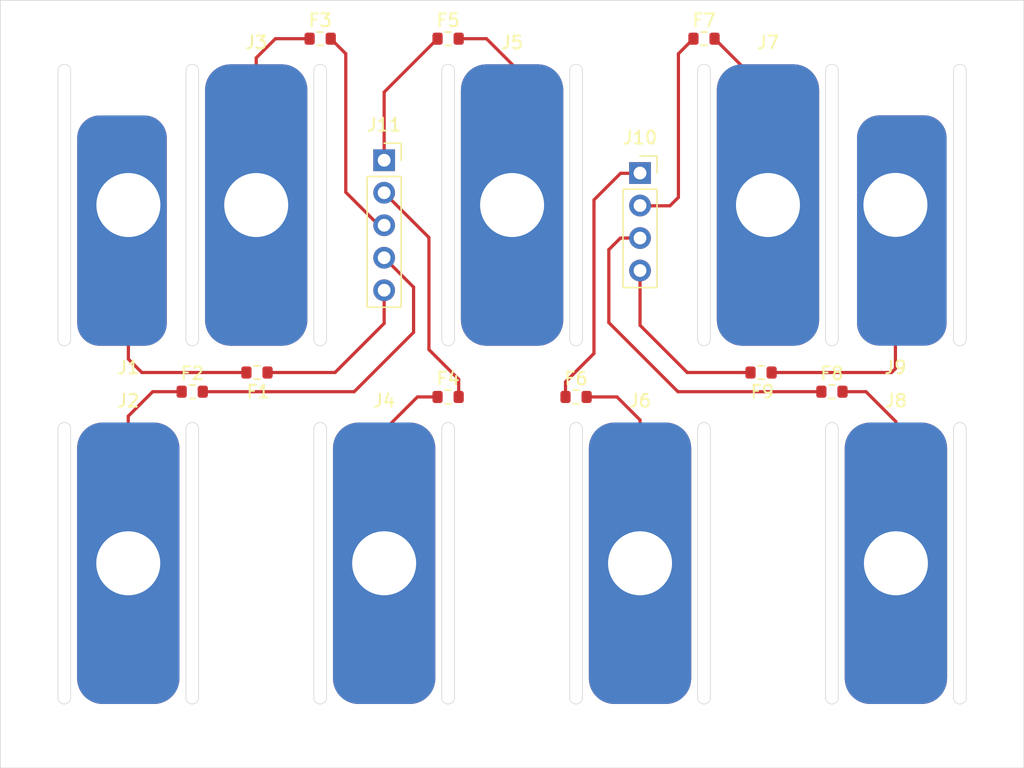
<source format=kicad_pcb>
(kicad_pcb (version 20171130) (host pcbnew "(5.1.6)-1")

  (general
    (thickness 1.6)
    (drawings 100)
    (tracks 62)
    (zones 0)
    (modules 24)
    (nets 19)
  )

  (page A4)
  (layers
    (0 F.Cu signal)
    (31 B.Cu signal)
    (32 B.Adhes user)
    (33 F.Adhes user)
    (34 B.Paste user)
    (35 F.Paste user)
    (36 B.SilkS user)
    (37 F.SilkS user)
    (38 B.Mask user)
    (39 F.Mask user)
    (40 Dwgs.User user)
    (41 Cmts.User user)
    (42 Eco1.User user)
    (43 Eco2.User user)
    (44 Edge.Cuts user)
    (45 Margin user)
    (46 B.CrtYd user)
    (47 F.CrtYd user)
    (48 B.Fab user hide)
    (49 F.Fab user hide)
  )

  (setup
    (last_trace_width 0.25)
    (trace_clearance 0.2)
    (zone_clearance 0.508)
    (zone_45_only no)
    (trace_min 0.2)
    (via_size 0.8)
    (via_drill 0.4)
    (via_min_size 0.4)
    (via_min_drill 0.3)
    (uvia_size 0.3)
    (uvia_drill 0.1)
    (uvias_allowed no)
    (uvia_min_size 0.2)
    (uvia_min_drill 0.1)
    (edge_width 0.05)
    (segment_width 0.2)
    (pcb_text_width 0.3)
    (pcb_text_size 1.5 1.5)
    (mod_edge_width 0.12)
    (mod_text_size 1 1)
    (mod_text_width 0.15)
    (pad_size 1.524 1.524)
    (pad_drill 0.762)
    (pad_to_mask_clearance 0.05)
    (aux_axis_origin 0 0)
    (visible_elements 7FFFFFFF)
    (pcbplotparams
      (layerselection 0x010fc_ffffffff)
      (usegerberextensions false)
      (usegerberattributes true)
      (usegerberadvancedattributes true)
      (creategerberjobfile false)
      (excludeedgelayer false)
      (linewidth 0.100000)
      (plotframeref false)
      (viasonmask false)
      (mode 1)
      (useauxorigin false)
      (hpglpennumber 1)
      (hpglpenspeed 20)
      (hpglpendiameter 15.000000)
      (psnegative false)
      (psa4output false)
      (plotreference true)
      (plotvalue true)
      (plotinvisibletext false)
      (padsonsilk false)
      (subtractmaskfromsilk false)
      (outputformat 1)
      (mirror false)
      (drillshape 0)
      (scaleselection 1)
      (outputdirectory "../fab/cell_interconnect/"))
  )

  (net 0 "")
  (net 1 /8S/C8)
  (net 2 /8S/C7)
  (net 3 /8S/C6)
  (net 4 /8S/C5)
  (net 5 "Net-(F5-Pad2)")
  (net 6 /8S/C4)
  (net 7 /8S/C3)
  (net 8 /8S/C2)
  (net 9 /8S/C1)
  (net 10 /8S/C0)
  (net 11 "Net-(F1-Pad1)")
  (net 12 "Net-(F2-Pad1)")
  (net 13 "Net-(F3-Pad1)")
  (net 14 "Net-(F4-Pad1)")
  (net 15 "Net-(F6-Pad2)")
  (net 16 "Net-(F7-Pad2)")
  (net 17 "Net-(F8-Pad2)")
  (net 18 "Net-(F9-Pad2)")

  (net_class Default "This is the default net class."
    (clearance 0.2)
    (trace_width 0.25)
    (via_dia 0.8)
    (via_drill 0.4)
    (uvia_dia 0.3)
    (uvia_drill 0.1)
    (add_net /8S/C0)
    (add_net /8S/C1)
    (add_net /8S/C2)
    (add_net /8S/C3)
    (add_net /8S/C4)
    (add_net /8S/C5)
    (add_net /8S/C6)
    (add_net /8S/C7)
    (add_net /8S/C8)
    (add_net "Net-(F1-Pad1)")
    (add_net "Net-(F2-Pad1)")
    (add_net "Net-(F3-Pad1)")
    (add_net "Net-(F4-Pad1)")
    (add_net "Net-(F5-Pad2)")
    (add_net "Net-(F6-Pad2)")
    (add_net "Net-(F7-Pad2)")
    (add_net "Net-(F8-Pad2)")
    (add_net "Net-(F9-Pad2)")
  )

  (module Resistor_SMD:R_0603_1608Metric (layer F.Cu) (tedit 5F68FEEE) (tstamp 6095AB60)
    (at 150.5 94)
    (descr "Resistor SMD 0603 (1608 Metric), square (rectangular) end terminal, IPC_7351 nominal, (Body size source: IPC-SM-782 page 72, https://www.pcb-3d.com/wordpress/wp-content/uploads/ipc-sm-782a_amendment_1_and_2.pdf), generated with kicad-footprint-generator")
    (tags resistor)
    (path /6097D553/60814F98)
    (attr smd)
    (fp_text reference F9 (at 0.1 1.5) (layer F.SilkS)
      (effects (font (size 1 1) (thickness 0.15)))
    )
    (fp_text value Fuse (at 0 1.43) (layer F.Fab)
      (effects (font (size 1 1) (thickness 0.15)))
    )
    (fp_line (start 1.48 0.73) (end -1.48 0.73) (layer F.CrtYd) (width 0.05))
    (fp_line (start 1.48 -0.73) (end 1.48 0.73) (layer F.CrtYd) (width 0.05))
    (fp_line (start -1.48 -0.73) (end 1.48 -0.73) (layer F.CrtYd) (width 0.05))
    (fp_line (start -1.48 0.73) (end -1.48 -0.73) (layer F.CrtYd) (width 0.05))
    (fp_line (start -0.237258 0.5225) (end 0.237258 0.5225) (layer F.SilkS) (width 0.12))
    (fp_line (start -0.237258 -0.5225) (end 0.237258 -0.5225) (layer F.SilkS) (width 0.12))
    (fp_line (start 0.8 0.4125) (end -0.8 0.4125) (layer F.Fab) (width 0.1))
    (fp_line (start 0.8 -0.4125) (end 0.8 0.4125) (layer F.Fab) (width 0.1))
    (fp_line (start -0.8 -0.4125) (end 0.8 -0.4125) (layer F.Fab) (width 0.1))
    (fp_line (start -0.8 0.4125) (end -0.8 -0.4125) (layer F.Fab) (width 0.1))
    (fp_text user %R (at 0 0) (layer F.Fab)
      (effects (font (size 0.4 0.4) (thickness 0.06)))
    )
    (pad 2 smd roundrect (at 0.825 0) (size 0.8 0.95) (layers F.Cu F.Paste F.Mask) (roundrect_rratio 0.25)
      (net 18 "Net-(F9-Pad2)"))
    (pad 1 smd roundrect (at -0.825 0) (size 0.8 0.95) (layers F.Cu F.Paste F.Mask) (roundrect_rratio 0.25)
      (net 1 /8S/C8))
    (model ${KISYS3DMOD}/Resistor_SMD.3dshapes/R_0603_1608Metric.wrl
      (at (xyz 0 0 0))
      (scale (xyz 1 1 1))
      (rotate (xyz 0 0 0))
    )
  )

  (module farasis_p10a_pack:farasis_p10a_end_tab_offset_right (layer F.Cu) (tedit 609C0D0F) (tstamp 609C7335)
    (at 101.05 80.91 270)
    (path /6097D553/607EBE08)
    (fp_text reference J1 (at 12.7 0) (layer F.SilkS)
      (effects (font (size 1 1) (thickness 0.15)))
    )
    (fp_text value C0 (at 0 -5.08 90) (layer F.Fab)
      (effects (font (size 1 1) (thickness 0.15)))
    )
    (pad 1 thru_hole roundrect (at 0 0 270) (size 18 7) (drill 5 (offset 2 0.5)) (layers *.Cu *.Mask) (roundrect_rratio 0.25)
      (net 11 "Net-(F1-Pad1)"))
  )

  (module farasis_p10a_pack:farasis_p10a_end_tab_offset_left (layer F.Cu) (tedit 609C0DE8) (tstamp 6095AC3E)
    (at 161 80.9 270)
    (path /6097D553/60814F92)
    (fp_text reference J9 (at 12.7 0) (layer F.SilkS)
      (effects (font (size 1 1) (thickness 0.15)))
    )
    (fp_text value C8 (at 0 -5.08 90) (layer F.Fab)
      (effects (font (size 1 1) (thickness 0.15)))
    )
    (pad 1 thru_hole roundrect (at 0 0 270) (size 18 7) (drill 5 (offset 2 -0.5)) (layers *.Cu *.Mask) (roundrect_rratio 0.25)
      (net 18 "Net-(F9-Pad2)"))
  )

  (module Resistor_SMD:R_0603_1608Metric (layer F.Cu) (tedit 5F68FEEE) (tstamp 6095ABE8)
    (at 111.1 94)
    (descr "Resistor SMD 0603 (1608 Metric), square (rectangular) end terminal, IPC_7351 nominal, (Body size source: IPC-SM-782 page 72, https://www.pcb-3d.com/wordpress/wp-content/uploads/ipc-sm-782a_amendment_1_and_2.pdf), generated with kicad-footprint-generator")
    (tags resistor)
    (path /6097D553/607F2637)
    (attr smd)
    (fp_text reference F1 (at 0.1 1.5) (layer F.SilkS)
      (effects (font (size 1 1) (thickness 0.15)))
    )
    (fp_text value Fuse (at 0 1.43) (layer F.Fab)
      (effects (font (size 1 1) (thickness 0.15)))
    )
    (fp_line (start 1.48 0.73) (end -1.48 0.73) (layer F.CrtYd) (width 0.05))
    (fp_line (start 1.48 -0.73) (end 1.48 0.73) (layer F.CrtYd) (width 0.05))
    (fp_line (start -1.48 -0.73) (end 1.48 -0.73) (layer F.CrtYd) (width 0.05))
    (fp_line (start -1.48 0.73) (end -1.48 -0.73) (layer F.CrtYd) (width 0.05))
    (fp_line (start -0.237258 0.5225) (end 0.237258 0.5225) (layer F.SilkS) (width 0.12))
    (fp_line (start -0.237258 -0.5225) (end 0.237258 -0.5225) (layer F.SilkS) (width 0.12))
    (fp_line (start 0.8 0.4125) (end -0.8 0.4125) (layer F.Fab) (width 0.1))
    (fp_line (start 0.8 -0.4125) (end 0.8 0.4125) (layer F.Fab) (width 0.1))
    (fp_line (start -0.8 -0.4125) (end 0.8 -0.4125) (layer F.Fab) (width 0.1))
    (fp_line (start -0.8 0.4125) (end -0.8 -0.4125) (layer F.Fab) (width 0.1))
    (fp_text user %R (at 0 0) (layer F.Fab)
      (effects (font (size 0.4 0.4) (thickness 0.06)))
    )
    (pad 2 smd roundrect (at 0.825 0) (size 0.8 0.95) (layers F.Cu F.Paste F.Mask) (roundrect_rratio 0.25)
      (net 10 /8S/C0))
    (pad 1 smd roundrect (at -0.825 0) (size 0.8 0.95) (layers F.Cu F.Paste F.Mask) (roundrect_rratio 0.25)
      (net 11 "Net-(F1-Pad1)"))
    (model ${KISYS3DMOD}/Resistor_SMD.3dshapes/R_0603_1608Metric.wrl
      (at (xyz 0 0 0))
      (scale (xyz 1 1 1))
      (rotate (xyz 0 0 0))
    )
  )

  (module Resistor_SMD:R_0603_1608Metric (layer F.Cu) (tedit 5F68FEEE) (tstamp 6095ABD7)
    (at 106.04 95.5)
    (descr "Resistor SMD 0603 (1608 Metric), square (rectangular) end terminal, IPC_7351 nominal, (Body size source: IPC-SM-782 page 72, https://www.pcb-3d.com/wordpress/wp-content/uploads/ipc-sm-782a_amendment_1_and_2.pdf), generated with kicad-footprint-generator")
    (tags resistor)
    (path /6097D553/607F2159)
    (attr smd)
    (fp_text reference F2 (at 0 -1.43) (layer F.SilkS)
      (effects (font (size 1 1) (thickness 0.15)))
    )
    (fp_text value Fuse (at 0 1.43) (layer F.Fab)
      (effects (font (size 1 1) (thickness 0.15)))
    )
    (fp_line (start 1.48 0.73) (end -1.48 0.73) (layer F.CrtYd) (width 0.05))
    (fp_line (start 1.48 -0.73) (end 1.48 0.73) (layer F.CrtYd) (width 0.05))
    (fp_line (start -1.48 -0.73) (end 1.48 -0.73) (layer F.CrtYd) (width 0.05))
    (fp_line (start -1.48 0.73) (end -1.48 -0.73) (layer F.CrtYd) (width 0.05))
    (fp_line (start -0.237258 0.5225) (end 0.237258 0.5225) (layer F.SilkS) (width 0.12))
    (fp_line (start -0.237258 -0.5225) (end 0.237258 -0.5225) (layer F.SilkS) (width 0.12))
    (fp_line (start 0.8 0.4125) (end -0.8 0.4125) (layer F.Fab) (width 0.1))
    (fp_line (start 0.8 -0.4125) (end 0.8 0.4125) (layer F.Fab) (width 0.1))
    (fp_line (start -0.8 -0.4125) (end 0.8 -0.4125) (layer F.Fab) (width 0.1))
    (fp_line (start -0.8 0.4125) (end -0.8 -0.4125) (layer F.Fab) (width 0.1))
    (fp_text user %R (at 0 0) (layer F.Fab)
      (effects (font (size 0.4 0.4) (thickness 0.06)))
    )
    (pad 2 smd roundrect (at 0.825 0) (size 0.8 0.95) (layers F.Cu F.Paste F.Mask) (roundrect_rratio 0.25)
      (net 9 /8S/C1))
    (pad 1 smd roundrect (at -0.825 0) (size 0.8 0.95) (layers F.Cu F.Paste F.Mask) (roundrect_rratio 0.25)
      (net 12 "Net-(F2-Pad1)"))
    (model ${KISYS3DMOD}/Resistor_SMD.3dshapes/R_0603_1608Metric.wrl
      (at (xyz 0 0 0))
      (scale (xyz 1 1 1))
      (rotate (xyz 0 0 0))
    )
  )

  (module Resistor_SMD:R_0603_1608Metric (layer F.Cu) (tedit 5F68FEEE) (tstamp 6095ABC6)
    (at 116.04 67.91)
    (descr "Resistor SMD 0603 (1608 Metric), square (rectangular) end terminal, IPC_7351 nominal, (Body size source: IPC-SM-782 page 72, https://www.pcb-3d.com/wordpress/wp-content/uploads/ipc-sm-782a_amendment_1_and_2.pdf), generated with kicad-footprint-generator")
    (tags resistor)
    (path /6097D553/607F1DCD)
    (attr smd)
    (fp_text reference F3 (at 0 -1.43) (layer F.SilkS)
      (effects (font (size 1 1) (thickness 0.15)))
    )
    (fp_text value Fuse (at 0 1.43) (layer F.Fab)
      (effects (font (size 1 1) (thickness 0.15)))
    )
    (fp_line (start 1.48 0.73) (end -1.48 0.73) (layer F.CrtYd) (width 0.05))
    (fp_line (start 1.48 -0.73) (end 1.48 0.73) (layer F.CrtYd) (width 0.05))
    (fp_line (start -1.48 -0.73) (end 1.48 -0.73) (layer F.CrtYd) (width 0.05))
    (fp_line (start -1.48 0.73) (end -1.48 -0.73) (layer F.CrtYd) (width 0.05))
    (fp_line (start -0.237258 0.5225) (end 0.237258 0.5225) (layer F.SilkS) (width 0.12))
    (fp_line (start -0.237258 -0.5225) (end 0.237258 -0.5225) (layer F.SilkS) (width 0.12))
    (fp_line (start 0.8 0.4125) (end -0.8 0.4125) (layer F.Fab) (width 0.1))
    (fp_line (start 0.8 -0.4125) (end 0.8 0.4125) (layer F.Fab) (width 0.1))
    (fp_line (start -0.8 -0.4125) (end 0.8 -0.4125) (layer F.Fab) (width 0.1))
    (fp_line (start -0.8 0.4125) (end -0.8 -0.4125) (layer F.Fab) (width 0.1))
    (fp_text user %R (at 0 0) (layer F.Fab)
      (effects (font (size 0.4 0.4) (thickness 0.06)))
    )
    (pad 2 smd roundrect (at 0.825 0) (size 0.8 0.95) (layers F.Cu F.Paste F.Mask) (roundrect_rratio 0.25)
      (net 8 /8S/C2))
    (pad 1 smd roundrect (at -0.825 0) (size 0.8 0.95) (layers F.Cu F.Paste F.Mask) (roundrect_rratio 0.25)
      (net 13 "Net-(F3-Pad1)"))
    (model ${KISYS3DMOD}/Resistor_SMD.3dshapes/R_0603_1608Metric.wrl
      (at (xyz 0 0 0))
      (scale (xyz 1 1 1))
      (rotate (xyz 0 0 0))
    )
  )

  (module Resistor_SMD:R_0603_1608Metric (layer F.Cu) (tedit 5F68FEEE) (tstamp 6095ABA4)
    (at 126.04 67.91)
    (descr "Resistor SMD 0603 (1608 Metric), square (rectangular) end terminal, IPC_7351 nominal, (Body size source: IPC-SM-782 page 72, https://www.pcb-3d.com/wordpress/wp-content/uploads/ipc-sm-782a_amendment_1_and_2.pdf), generated with kicad-footprint-generator")
    (tags resistor)
    (path /6097D553/607F0C4F)
    (attr smd)
    (fp_text reference F5 (at 0 -1.43) (layer F.SilkS)
      (effects (font (size 1 1) (thickness 0.15)))
    )
    (fp_text value Fuse (at 0 1.43) (layer F.Fab)
      (effects (font (size 1 1) (thickness 0.15)))
    )
    (fp_line (start 1.48 0.73) (end -1.48 0.73) (layer F.CrtYd) (width 0.05))
    (fp_line (start 1.48 -0.73) (end 1.48 0.73) (layer F.CrtYd) (width 0.05))
    (fp_line (start -1.48 -0.73) (end 1.48 -0.73) (layer F.CrtYd) (width 0.05))
    (fp_line (start -1.48 0.73) (end -1.48 -0.73) (layer F.CrtYd) (width 0.05))
    (fp_line (start -0.237258 0.5225) (end 0.237258 0.5225) (layer F.SilkS) (width 0.12))
    (fp_line (start -0.237258 -0.5225) (end 0.237258 -0.5225) (layer F.SilkS) (width 0.12))
    (fp_line (start 0.8 0.4125) (end -0.8 0.4125) (layer F.Fab) (width 0.1))
    (fp_line (start 0.8 -0.4125) (end 0.8 0.4125) (layer F.Fab) (width 0.1))
    (fp_line (start -0.8 -0.4125) (end 0.8 -0.4125) (layer F.Fab) (width 0.1))
    (fp_line (start -0.8 0.4125) (end -0.8 -0.4125) (layer F.Fab) (width 0.1))
    (fp_text user %R (at 0 0) (layer F.Fab)
      (effects (font (size 0.4 0.4) (thickness 0.06)))
    )
    (pad 2 smd roundrect (at 0.825 0) (size 0.8 0.95) (layers F.Cu F.Paste F.Mask) (roundrect_rratio 0.25)
      (net 5 "Net-(F5-Pad2)"))
    (pad 1 smd roundrect (at -0.825 0) (size 0.8 0.95) (layers F.Cu F.Paste F.Mask) (roundrect_rratio 0.25)
      (net 6 /8S/C4))
    (model ${KISYS3DMOD}/Resistor_SMD.3dshapes/R_0603_1608Metric.wrl
      (at (xyz 0 0 0))
      (scale (xyz 1 1 1))
      (rotate (xyz 0 0 0))
    )
  )

  (module farasis_p10a_pack:farasis_p10a_tab (layer F.Cu) (tedit 607FB1DF) (tstamp 6095C1D1)
    (at 121.04 108.91 90)
    (path /6097D553/607EABEB)
    (fp_text reference J4 (at 12.7 0) (layer F.SilkS)
      (effects (font (size 1 1) (thickness 0.15)))
    )
    (fp_text value C3 (at 0 -5.08 90) (layer F.Fab)
      (effects (font (size 1 1) (thickness 0.15)))
    )
    (pad 1 thru_hole roundrect (at 0 0 90) (size 22 8) (drill 5) (layers *.Cu *.Mask) (roundrect_rratio 0.25)
      (net 14 "Net-(F4-Pad1)"))
  )

  (module farasis_p10a_pack:farasis_p10a_tab (layer F.Cu) (tedit 607FB1DF) (tstamp 609C7368)
    (at 131.04 80.91 90)
    (path /6097D553/607EA6B5)
    (fp_text reference J5 (at 12.7 0) (layer F.SilkS)
      (effects (font (size 1 1) (thickness 0.15)))
    )
    (fp_text value C4 (at 0 -5.08 90) (layer F.Fab)
      (effects (font (size 1 1) (thickness 0.15)))
    )
    (pad 1 thru_hole roundrect (at 0 0 90) (size 22 8) (drill 5) (layers *.Cu *.Mask) (roundrect_rratio 0.25)
      (net 5 "Net-(F5-Pad2)"))
  )

  (module MountingHole:MountingHole_3.2mm_M3 (layer F.Cu) (tedit 56D1B4CB) (tstamp 6095B12E)
    (at 101.04 69.91 180)
    (descr "Mounting Hole 3.2mm, no annular, M3")
    (tags "mounting hole 3.2mm no annular m3")
    (path /6097D553/60817FDA)
    (attr virtual)
    (fp_text reference H1 (at 0 -4.2) (layer F.SilkS) hide
      (effects (font (size 1 1) (thickness 0.15)))
    )
    (fp_text value MountingHole (at 0 4.2) (layer F.Fab)
      (effects (font (size 1 1) (thickness 0.15)))
    )
    (fp_circle (center 0 0) (end 3.45 0) (layer F.CrtYd) (width 0.05))
    (fp_circle (center 0 0) (end 3.2 0) (layer Cmts.User) (width 0.15))
    (fp_text user %R (at 0.3 0) (layer F.Fab)
      (effects (font (size 1 1) (thickness 0.15)))
    )
    (pad 1 np_thru_hole circle (at 0 0 180) (size 3.2 3.2) (drill 3.2) (layers *.Cu *.Mask))
  )

  (module farasis_p10a_pack:farasis_p10a_tab (layer F.Cu) (tedit 607FB1DF) (tstamp 6095B54E)
    (at 141.04 108.91 90)
    (path /6097D553/607EA335)
    (fp_text reference J6 (at 12.7 0) (layer F.SilkS)
      (effects (font (size 1 1) (thickness 0.15)))
    )
    (fp_text value C5 (at 0 -5.08 90) (layer F.Fab)
      (effects (font (size 1 1) (thickness 0.15)))
    )
    (pad 1 thru_hole roundrect (at 0 0 90) (size 22 8) (drill 5) (layers *.Cu *.Mask) (roundrect_rratio 0.25)
      (net 15 "Net-(F6-Pad2)"))
  )

  (module farasis_p10a_pack:farasis_p10a_tab (layer F.Cu) (tedit 607FB1DF) (tstamp 609C7357)
    (at 111.04 80.91 90)
    (path /6097D553/607EAEA8)
    (fp_text reference J3 (at 12.7 0) (layer F.SilkS)
      (effects (font (size 1 1) (thickness 0.15)))
    )
    (fp_text value C2 (at 0 -5.08 90) (layer F.Fab)
      (effects (font (size 1 1) (thickness 0.15)))
    )
    (pad 1 thru_hole roundrect (at 0 0 90) (size 22 8) (drill 5) (layers *.Cu *.Mask) (roundrect_rratio 0.25)
      (net 13 "Net-(F3-Pad1)"))
  )

  (module farasis_p10a_pack:farasis_p10a_tab (layer F.Cu) (tedit 607FB1DF) (tstamp 6095BC9B)
    (at 161.04 108.91 90)
    (path /6097D553/607E9C8D)
    (fp_text reference J8 (at 12.7 0) (layer F.SilkS)
      (effects (font (size 1 1) (thickness 0.15)))
    )
    (fp_text value C7 (at 0 -5.08 90) (layer F.Fab)
      (effects (font (size 1 1) (thickness 0.15)))
    )
    (pad 1 thru_hole roundrect (at 0 0 90) (size 22 8) (drill 5) (layers *.Cu *.Mask) (roundrect_rratio 0.25)
      (net 17 "Net-(F8-Pad2)"))
  )

  (module Connector_PinSocket_2.54mm:PinSocket_1x04_P2.54mm_Vertical (layer F.Cu) (tedit 5A19A429) (tstamp 6095AC20)
    (at 141.04 78.41)
    (descr "Through hole straight socket strip, 1x04, 2.54mm pitch, single row (from Kicad 4.0.7), script generated")
    (tags "Through hole socket strip THT 1x04 2.54mm single row")
    (path /6097E29A)
    (fp_text reference J10 (at 0 -2.77) (layer F.SilkS)
      (effects (font (size 1 1) (thickness 0.15)))
    )
    (fp_text value "Taps 6-8" (at 0 10.39) (layer F.Fab)
      (effects (font (size 1 1) (thickness 0.15)))
    )
    (fp_line (start -1.8 9.4) (end -1.8 -1.8) (layer F.CrtYd) (width 0.05))
    (fp_line (start 1.75 9.4) (end -1.8 9.4) (layer F.CrtYd) (width 0.05))
    (fp_line (start 1.75 -1.8) (end 1.75 9.4) (layer F.CrtYd) (width 0.05))
    (fp_line (start -1.8 -1.8) (end 1.75 -1.8) (layer F.CrtYd) (width 0.05))
    (fp_line (start 0 -1.33) (end 1.33 -1.33) (layer F.SilkS) (width 0.12))
    (fp_line (start 1.33 -1.33) (end 1.33 0) (layer F.SilkS) (width 0.12))
    (fp_line (start 1.33 1.27) (end 1.33 8.95) (layer F.SilkS) (width 0.12))
    (fp_line (start -1.33 8.95) (end 1.33 8.95) (layer F.SilkS) (width 0.12))
    (fp_line (start -1.33 1.27) (end -1.33 8.95) (layer F.SilkS) (width 0.12))
    (fp_line (start -1.33 1.27) (end 1.33 1.27) (layer F.SilkS) (width 0.12))
    (fp_line (start -1.27 8.89) (end -1.27 -1.27) (layer F.Fab) (width 0.1))
    (fp_line (start 1.27 8.89) (end -1.27 8.89) (layer F.Fab) (width 0.1))
    (fp_line (start 1.27 -0.635) (end 1.27 8.89) (layer F.Fab) (width 0.1))
    (fp_line (start 0.635 -1.27) (end 1.27 -0.635) (layer F.Fab) (width 0.1))
    (fp_line (start -1.27 -1.27) (end 0.635 -1.27) (layer F.Fab) (width 0.1))
    (fp_text user %R (at 0 3.81 90) (layer F.Fab)
      (effects (font (size 1 1) (thickness 0.15)))
    )
    (pad 4 thru_hole oval (at 0 7.62) (size 1.7 1.7) (drill 1) (layers *.Cu *.Mask)
      (net 1 /8S/C8))
    (pad 3 thru_hole oval (at 0 5.08) (size 1.7 1.7) (drill 1) (layers *.Cu *.Mask)
      (net 2 /8S/C7))
    (pad 2 thru_hole oval (at 0 2.54) (size 1.7 1.7) (drill 1) (layers *.Cu *.Mask)
      (net 3 /8S/C6))
    (pad 1 thru_hole rect (at 0 0) (size 1.7 1.7) (drill 1) (layers *.Cu *.Mask)
      (net 4 /8S/C5))
    (model ${KISYS3DMOD}/Connector_PinSocket_2.54mm.3dshapes/PinSocket_1x04_P2.54mm_Vertical.wrl
      (at (xyz 0 0 0))
      (scale (xyz 1 1 1))
      (rotate (xyz 0 0 0))
    )
  )

  (module Resistor_SMD:R_0603_1608Metric (layer F.Cu) (tedit 5F68FEEE) (tstamp 6095AB82)
    (at 146.04 67.91)
    (descr "Resistor SMD 0603 (1608 Metric), square (rectangular) end terminal, IPC_7351 nominal, (Body size source: IPC-SM-782 page 72, https://www.pcb-3d.com/wordpress/wp-content/uploads/ipc-sm-782a_amendment_1_and_2.pdf), generated with kicad-footprint-generator")
    (tags resistor)
    (path /6097D553/607EFCAF)
    (attr smd)
    (fp_text reference F7 (at 0 -1.43) (layer F.SilkS)
      (effects (font (size 1 1) (thickness 0.15)))
    )
    (fp_text value Fuse (at 0 1.43) (layer F.Fab)
      (effects (font (size 1 1) (thickness 0.15)))
    )
    (fp_line (start 1.48 0.73) (end -1.48 0.73) (layer F.CrtYd) (width 0.05))
    (fp_line (start 1.48 -0.73) (end 1.48 0.73) (layer F.CrtYd) (width 0.05))
    (fp_line (start -1.48 -0.73) (end 1.48 -0.73) (layer F.CrtYd) (width 0.05))
    (fp_line (start -1.48 0.73) (end -1.48 -0.73) (layer F.CrtYd) (width 0.05))
    (fp_line (start -0.237258 0.5225) (end 0.237258 0.5225) (layer F.SilkS) (width 0.12))
    (fp_line (start -0.237258 -0.5225) (end 0.237258 -0.5225) (layer F.SilkS) (width 0.12))
    (fp_line (start 0.8 0.4125) (end -0.8 0.4125) (layer F.Fab) (width 0.1))
    (fp_line (start 0.8 -0.4125) (end 0.8 0.4125) (layer F.Fab) (width 0.1))
    (fp_line (start -0.8 -0.4125) (end 0.8 -0.4125) (layer F.Fab) (width 0.1))
    (fp_line (start -0.8 0.4125) (end -0.8 -0.4125) (layer F.Fab) (width 0.1))
    (fp_text user %R (at 0 0) (layer F.Fab)
      (effects (font (size 0.4 0.4) (thickness 0.06)))
    )
    (pad 2 smd roundrect (at 0.825 0) (size 0.8 0.95) (layers F.Cu F.Paste F.Mask) (roundrect_rratio 0.25)
      (net 16 "Net-(F7-Pad2)"))
    (pad 1 smd roundrect (at -0.825 0) (size 0.8 0.95) (layers F.Cu F.Paste F.Mask) (roundrect_rratio 0.25)
      (net 3 /8S/C6))
    (model ${KISYS3DMOD}/Resistor_SMD.3dshapes/R_0603_1608Metric.wrl
      (at (xyz 0 0 0))
      (scale (xyz 1 1 1))
      (rotate (xyz 0 0 0))
    )
  )

  (module farasis_p10a_pack:farasis_p10a_tab (layer F.Cu) (tedit 607FB1DF) (tstamp 6095B640)
    (at 151.04 80.91 90)
    (path /6097D553/607E9F38)
    (fp_text reference J7 (at 12.7 0) (layer F.SilkS)
      (effects (font (size 1 1) (thickness 0.15)))
    )
    (fp_text value C6 (at 0 -5.08 90) (layer F.Fab)
      (effects (font (size 1 1) (thickness 0.15)))
    )
    (pad 1 thru_hole roundrect (at 0 0 90) (size 22 8) (drill 5) (layers *.Cu *.Mask) (roundrect_rratio 0.25)
      (net 16 "Net-(F7-Pad2)"))
  )

  (module farasis_p10a_pack:farasis_p10a_tab (layer F.Cu) (tedit 607FB1DF) (tstamp 6095B53A)
    (at 101.04 108.91 90)
    (path /6097D553/607EB28B)
    (fp_text reference J2 (at 12.7 0) (layer F.SilkS)
      (effects (font (size 1 1) (thickness 0.15)))
    )
    (fp_text value C1 (at 0 -5.08 90) (layer F.Fab)
      (effects (font (size 1 1) (thickness 0.15)))
    )
    (pad 1 thru_hole roundrect (at 0 0 90) (size 22 8) (drill 5) (layers *.Cu *.Mask) (roundrect_rratio 0.25)
      (net 12 "Net-(F2-Pad1)"))
  )

  (module MountingHole:MountingHole_3.2mm_M3 (layer F.Cu) (tedit 56D1B4CB) (tstamp 6095B146)
    (at 151.04 119.91)
    (descr "Mounting Hole 3.2mm, no annular, M3")
    (tags "mounting hole 3.2mm no annular m3")
    (path /6097D553/6081973B)
    (attr virtual)
    (fp_text reference H4 (at 0 -4.2) (layer F.SilkS) hide
      (effects (font (size 1 1) (thickness 0.15)))
    )
    (fp_text value MountingHole (at 0 4.2) (layer F.Fab)
      (effects (font (size 1 1) (thickness 0.15)))
    )
    (fp_circle (center 0 0) (end 3.45 0) (layer F.CrtYd) (width 0.05))
    (fp_circle (center 0 0) (end 3.2 0) (layer Cmts.User) (width 0.15))
    (fp_text user %R (at 0.3 0) (layer F.Fab)
      (effects (font (size 1 1) (thickness 0.15)))
    )
    (pad 1 np_thru_hole circle (at 0 0) (size 3.2 3.2) (drill 3.2) (layers *.Cu *.Mask))
  )

  (module MountingHole:MountingHole_3.2mm_M3 (layer F.Cu) (tedit 56D1B4CB) (tstamp 6095B13E)
    (at 161.04 69.91 180)
    (descr "Mounting Hole 3.2mm, no annular, M3")
    (tags "mounting hole 3.2mm no annular m3")
    (path /6097D553/6081956C)
    (attr virtual)
    (fp_text reference H3 (at 0 -4.2) (layer F.SilkS) hide
      (effects (font (size 1 1) (thickness 0.15)))
    )
    (fp_text value MountingHole (at 0 4.2) (layer F.Fab)
      (effects (font (size 1 1) (thickness 0.15)))
    )
    (fp_circle (center 0 0) (end 3.45 0) (layer F.CrtYd) (width 0.05))
    (fp_circle (center 0 0) (end 3.2 0) (layer Cmts.User) (width 0.15))
    (fp_text user %R (at 0.3 0) (layer F.Fab)
      (effects (font (size 1 1) (thickness 0.15)))
    )
    (pad 1 np_thru_hole circle (at 0 0 180) (size 3.2 3.2) (drill 3.2) (layers *.Cu *.Mask))
  )

  (module MountingHole:MountingHole_3.2mm_M3 (layer F.Cu) (tedit 56D1B4CB) (tstamp 6095B136)
    (at 111.04 119.91)
    (descr "Mounting Hole 3.2mm, no annular, M3")
    (tags "mounting hole 3.2mm no annular m3")
    (path /6097D553/6081939D)
    (attr virtual)
    (fp_text reference H2 (at 0 -4.2) (layer F.SilkS) hide
      (effects (font (size 1 1) (thickness 0.15)))
    )
    (fp_text value MountingHole (at 0 4.2) (layer F.Fab)
      (effects (font (size 1 1) (thickness 0.15)))
    )
    (fp_circle (center 0 0) (end 3.45 0) (layer F.CrtYd) (width 0.05))
    (fp_circle (center 0 0) (end 3.2 0) (layer Cmts.User) (width 0.15))
    (fp_text user %R (at 0.3 0) (layer F.Fab)
      (effects (font (size 1 1) (thickness 0.15)))
    )
    (pad 1 np_thru_hole circle (at 0 0) (size 3.2 3.2) (drill 3.2) (layers *.Cu *.Mask))
  )

  (module Connector_PinSocket_2.54mm:PinSocket_1x05_P2.54mm_Vertical (layer F.Cu) (tedit 5A19A420) (tstamp 6095AC39)
    (at 121.04 77.41)
    (descr "Through hole straight socket strip, 1x05, 2.54mm pitch, single row (from Kicad 4.0.7), script generated")
    (tags "Through hole socket strip THT 1x05 2.54mm single row")
    (path /6097FF90)
    (fp_text reference J11 (at 0 -2.77) (layer F.SilkS)
      (effects (font (size 1 1) (thickness 0.15)))
    )
    (fp_text value "Taps 0-5" (at 0 12.93) (layer F.Fab)
      (effects (font (size 1 1) (thickness 0.15)))
    )
    (fp_line (start -1.8 11.9) (end -1.8 -1.8) (layer F.CrtYd) (width 0.05))
    (fp_line (start 1.75 11.9) (end -1.8 11.9) (layer F.CrtYd) (width 0.05))
    (fp_line (start 1.75 -1.8) (end 1.75 11.9) (layer F.CrtYd) (width 0.05))
    (fp_line (start -1.8 -1.8) (end 1.75 -1.8) (layer F.CrtYd) (width 0.05))
    (fp_line (start 0 -1.33) (end 1.33 -1.33) (layer F.SilkS) (width 0.12))
    (fp_line (start 1.33 -1.33) (end 1.33 0) (layer F.SilkS) (width 0.12))
    (fp_line (start 1.33 1.27) (end 1.33 11.49) (layer F.SilkS) (width 0.12))
    (fp_line (start -1.33 11.49) (end 1.33 11.49) (layer F.SilkS) (width 0.12))
    (fp_line (start -1.33 1.27) (end -1.33 11.49) (layer F.SilkS) (width 0.12))
    (fp_line (start -1.33 1.27) (end 1.33 1.27) (layer F.SilkS) (width 0.12))
    (fp_line (start -1.27 11.43) (end -1.27 -1.27) (layer F.Fab) (width 0.1))
    (fp_line (start 1.27 11.43) (end -1.27 11.43) (layer F.Fab) (width 0.1))
    (fp_line (start 1.27 -0.635) (end 1.27 11.43) (layer F.Fab) (width 0.1))
    (fp_line (start 0.635 -1.27) (end 1.27 -0.635) (layer F.Fab) (width 0.1))
    (fp_line (start -1.27 -1.27) (end 0.635 -1.27) (layer F.Fab) (width 0.1))
    (fp_text user %R (at 0 5.08 90) (layer F.Fab)
      (effects (font (size 1 1) (thickness 0.15)))
    )
    (pad 5 thru_hole oval (at 0 10.16) (size 1.7 1.7) (drill 1) (layers *.Cu *.Mask)
      (net 10 /8S/C0))
    (pad 4 thru_hole oval (at 0 7.62) (size 1.7 1.7) (drill 1) (layers *.Cu *.Mask)
      (net 9 /8S/C1))
    (pad 3 thru_hole oval (at 0 5.08) (size 1.7 1.7) (drill 1) (layers *.Cu *.Mask)
      (net 8 /8S/C2))
    (pad 2 thru_hole oval (at 0 2.54) (size 1.7 1.7) (drill 1) (layers *.Cu *.Mask)
      (net 7 /8S/C3))
    (pad 1 thru_hole rect (at 0 0) (size 1.7 1.7) (drill 1) (layers *.Cu *.Mask)
      (net 6 /8S/C4))
    (model ${KISYS3DMOD}/Connector_PinSocket_2.54mm.3dshapes/PinSocket_1x05_P2.54mm_Vertical.wrl
      (at (xyz 0 0 0))
      (scale (xyz 1 1 1))
      (rotate (xyz 0 0 0))
    )
  )

  (module Resistor_SMD:R_0603_1608Metric (layer F.Cu) (tedit 5F68FEEE) (tstamp 6095ABB5)
    (at 126.04 95.91)
    (descr "Resistor SMD 0603 (1608 Metric), square (rectangular) end terminal, IPC_7351 nominal, (Body size source: IPC-SM-782 page 72, https://www.pcb-3d.com/wordpress/wp-content/uploads/ipc-sm-782a_amendment_1_and_2.pdf), generated with kicad-footprint-generator")
    (tags resistor)
    (path /6097D553/607F11BB)
    (attr smd)
    (fp_text reference F4 (at 0 -1.43) (layer F.SilkS)
      (effects (font (size 1 1) (thickness 0.15)))
    )
    (fp_text value Fuse (at 0 1.43) (layer F.Fab)
      (effects (font (size 1 1) (thickness 0.15)))
    )
    (fp_line (start 1.48 0.73) (end -1.48 0.73) (layer F.CrtYd) (width 0.05))
    (fp_line (start 1.48 -0.73) (end 1.48 0.73) (layer F.CrtYd) (width 0.05))
    (fp_line (start -1.48 -0.73) (end 1.48 -0.73) (layer F.CrtYd) (width 0.05))
    (fp_line (start -1.48 0.73) (end -1.48 -0.73) (layer F.CrtYd) (width 0.05))
    (fp_line (start -0.237258 0.5225) (end 0.237258 0.5225) (layer F.SilkS) (width 0.12))
    (fp_line (start -0.237258 -0.5225) (end 0.237258 -0.5225) (layer F.SilkS) (width 0.12))
    (fp_line (start 0.8 0.4125) (end -0.8 0.4125) (layer F.Fab) (width 0.1))
    (fp_line (start 0.8 -0.4125) (end 0.8 0.4125) (layer F.Fab) (width 0.1))
    (fp_line (start -0.8 -0.4125) (end 0.8 -0.4125) (layer F.Fab) (width 0.1))
    (fp_line (start -0.8 0.4125) (end -0.8 -0.4125) (layer F.Fab) (width 0.1))
    (fp_text user %R (at 0 0) (layer F.Fab)
      (effects (font (size 0.4 0.4) (thickness 0.06)))
    )
    (pad 2 smd roundrect (at 0.825 0) (size 0.8 0.95) (layers F.Cu F.Paste F.Mask) (roundrect_rratio 0.25)
      (net 7 /8S/C3))
    (pad 1 smd roundrect (at -0.825 0) (size 0.8 0.95) (layers F.Cu F.Paste F.Mask) (roundrect_rratio 0.25)
      (net 14 "Net-(F4-Pad1)"))
    (model ${KISYS3DMOD}/Resistor_SMD.3dshapes/R_0603_1608Metric.wrl
      (at (xyz 0 0 0))
      (scale (xyz 1 1 1))
      (rotate (xyz 0 0 0))
    )
  )

  (module Resistor_SMD:R_0603_1608Metric (layer F.Cu) (tedit 5F68FEEE) (tstamp 6095AB93)
    (at 136.04 95.91)
    (descr "Resistor SMD 0603 (1608 Metric), square (rectangular) end terminal, IPC_7351 nominal, (Body size source: IPC-SM-782 page 72, https://www.pcb-3d.com/wordpress/wp-content/uploads/ipc-sm-782a_amendment_1_and_2.pdf), generated with kicad-footprint-generator")
    (tags resistor)
    (path /6097D553/607F0977)
    (attr smd)
    (fp_text reference F6 (at 0 -1.43) (layer F.SilkS)
      (effects (font (size 1 1) (thickness 0.15)))
    )
    (fp_text value Fuse (at 0 1.43) (layer F.Fab)
      (effects (font (size 1 1) (thickness 0.15)))
    )
    (fp_line (start 1.48 0.73) (end -1.48 0.73) (layer F.CrtYd) (width 0.05))
    (fp_line (start 1.48 -0.73) (end 1.48 0.73) (layer F.CrtYd) (width 0.05))
    (fp_line (start -1.48 -0.73) (end 1.48 -0.73) (layer F.CrtYd) (width 0.05))
    (fp_line (start -1.48 0.73) (end -1.48 -0.73) (layer F.CrtYd) (width 0.05))
    (fp_line (start -0.237258 0.5225) (end 0.237258 0.5225) (layer F.SilkS) (width 0.12))
    (fp_line (start -0.237258 -0.5225) (end 0.237258 -0.5225) (layer F.SilkS) (width 0.12))
    (fp_line (start 0.8 0.4125) (end -0.8 0.4125) (layer F.Fab) (width 0.1))
    (fp_line (start 0.8 -0.4125) (end 0.8 0.4125) (layer F.Fab) (width 0.1))
    (fp_line (start -0.8 -0.4125) (end 0.8 -0.4125) (layer F.Fab) (width 0.1))
    (fp_line (start -0.8 0.4125) (end -0.8 -0.4125) (layer F.Fab) (width 0.1))
    (fp_text user %R (at 0 0) (layer F.Fab)
      (effects (font (size 0.4 0.4) (thickness 0.06)))
    )
    (pad 2 smd roundrect (at 0.825 0) (size 0.8 0.95) (layers F.Cu F.Paste F.Mask) (roundrect_rratio 0.25)
      (net 15 "Net-(F6-Pad2)"))
    (pad 1 smd roundrect (at -0.825 0) (size 0.8 0.95) (layers F.Cu F.Paste F.Mask) (roundrect_rratio 0.25)
      (net 4 /8S/C5))
    (model ${KISYS3DMOD}/Resistor_SMD.3dshapes/R_0603_1608Metric.wrl
      (at (xyz 0 0 0))
      (scale (xyz 1 1 1))
      (rotate (xyz 0 0 0))
    )
  )

  (module Resistor_SMD:R_0603_1608Metric (layer F.Cu) (tedit 5F68FEEE) (tstamp 6095AB71)
    (at 156.04 95.5)
    (descr "Resistor SMD 0603 (1608 Metric), square (rectangular) end terminal, IPC_7351 nominal, (Body size source: IPC-SM-782 page 72, https://www.pcb-3d.com/wordpress/wp-content/uploads/ipc-sm-782a_amendment_1_and_2.pdf), generated with kicad-footprint-generator")
    (tags resistor)
    (path /6097D553/607EF12A)
    (attr smd)
    (fp_text reference F8 (at 0 -1.43) (layer F.SilkS)
      (effects (font (size 1 1) (thickness 0.15)))
    )
    (fp_text value Fuse (at 0 1.43) (layer F.Fab)
      (effects (font (size 1 1) (thickness 0.15)))
    )
    (fp_line (start 1.48 0.73) (end -1.48 0.73) (layer F.CrtYd) (width 0.05))
    (fp_line (start 1.48 -0.73) (end 1.48 0.73) (layer F.CrtYd) (width 0.05))
    (fp_line (start -1.48 -0.73) (end 1.48 -0.73) (layer F.CrtYd) (width 0.05))
    (fp_line (start -1.48 0.73) (end -1.48 -0.73) (layer F.CrtYd) (width 0.05))
    (fp_line (start -0.237258 0.5225) (end 0.237258 0.5225) (layer F.SilkS) (width 0.12))
    (fp_line (start -0.237258 -0.5225) (end 0.237258 -0.5225) (layer F.SilkS) (width 0.12))
    (fp_line (start 0.8 0.4125) (end -0.8 0.4125) (layer F.Fab) (width 0.1))
    (fp_line (start 0.8 -0.4125) (end 0.8 0.4125) (layer F.Fab) (width 0.1))
    (fp_line (start -0.8 -0.4125) (end 0.8 -0.4125) (layer F.Fab) (width 0.1))
    (fp_line (start -0.8 0.4125) (end -0.8 -0.4125) (layer F.Fab) (width 0.1))
    (fp_text user %R (at 0 0) (layer F.Fab)
      (effects (font (size 0.4 0.4) (thickness 0.06)))
    )
    (pad 2 smd roundrect (at 0.825 0) (size 0.8 0.95) (layers F.Cu F.Paste F.Mask) (roundrect_rratio 0.25)
      (net 17 "Net-(F8-Pad2)"))
    (pad 1 smd roundrect (at -0.825 0) (size 0.8 0.95) (layers F.Cu F.Paste F.Mask) (roundrect_rratio 0.25)
      (net 2 /8S/C7))
    (model ${KISYS3DMOD}/Resistor_SMD.3dshapes/R_0603_1608Metric.wrl
      (at (xyz 0 0 0))
      (scale (xyz 1 1 1))
      (rotate (xyz 0 0 0))
    )
  )

  (gr_line (start 156.54 91.41) (end 156.54 70.41) (layer Edge.Cuts) (width 0.05) (tstamp 6095868C))
  (gr_line (start 91.04 64.91) (end 171.04 64.91) (layer Edge.Cuts) (width 0.05) (tstamp 6095868B))
  (gr_line (start 171.04 124.91) (end 91.04 124.91) (layer Edge.Cuts) (width 0.05) (tstamp 6095868A))
  (gr_line (start 155.54 70.41) (end 155.54 91.41) (layer Edge.Cuts) (width 0.05) (tstamp 60958689))
  (gr_arc (start 156.04 70.41) (end 156.04 69.91) (angle -90) (layer Edge.Cuts) (width 0.05) (tstamp 60958688))
  (gr_arc (start 156.04 91.41) (end 155.54 91.41) (angle -90) (layer Edge.Cuts) (width 0.05) (tstamp 60958687))
  (gr_arc (start 166.04 70.41) (end 166.54 70.41) (angle -90) (layer Edge.Cuts) (width 0.05) (tstamp 60958686))
  (gr_arc (start 166.04 91.41) (end 165.54 91.41) (angle -90) (layer Edge.Cuts) (width 0.05) (tstamp 60958685))
  (gr_line (start 171.04 64.91) (end 171.04 124.91) (layer Edge.Cuts) (width 0.05) (tstamp 60958684))
  (gr_arc (start 166.04 91.41) (end 166.04 91.91) (angle -90) (layer Edge.Cuts) (width 0.05) (tstamp 60958683))
  (gr_arc (start 156.04 70.41) (end 156.54 70.41) (angle -90) (layer Edge.Cuts) (width 0.05) (tstamp 60958682))
  (gr_arc (start 146.04 91.41) (end 146.04 91.91) (angle -90) (layer Edge.Cuts) (width 0.05) (tstamp 60958681))
  (gr_arc (start 156.04 91.41) (end 156.04 91.91) (angle -90) (layer Edge.Cuts) (width 0.05) (tstamp 60958680))
  (gr_arc (start 146.04 70.41) (end 146.04 69.91) (angle -90) (layer Edge.Cuts) (width 0.05) (tstamp 6095867F))
  (gr_arc (start 166.04 70.41) (end 166.04 69.91) (angle -90) (layer Edge.Cuts) (width 0.05) (tstamp 6095867E))
  (gr_arc (start 106.04 70.41) (end 106.54 70.41) (angle -90) (layer Edge.Cuts) (width 0.05) (tstamp 6095867D))
  (gr_arc (start 116.04 70.41) (end 116.54 70.41) (angle -90) (layer Edge.Cuts) (width 0.05) (tstamp 6095867C))
  (gr_arc (start 116.04 91.41) (end 115.54 91.41) (angle -90) (layer Edge.Cuts) (width 0.05) (tstamp 6095867B))
  (gr_arc (start 106.04 91.41) (end 106.04 91.91) (angle -90) (layer Edge.Cuts) (width 0.05) (tstamp 6095867A))
  (gr_arc (start 116.04 70.41) (end 116.04 69.91) (angle -90) (layer Edge.Cuts) (width 0.05) (tstamp 60958679))
  (gr_arc (start 126.04 70.41) (end 126.04 69.91) (angle -90) (layer Edge.Cuts) (width 0.05) (tstamp 60958678))
  (gr_arc (start 136.04 70.41) (end 136.54 70.41) (angle -90) (layer Edge.Cuts) (width 0.05) (tstamp 60958677))
  (gr_arc (start 106.04 91.41) (end 105.54 91.41) (angle -90) (layer Edge.Cuts) (width 0.05) (tstamp 60958676))
  (gr_arc (start 126.04 91.41) (end 126.04 91.91) (angle -90) (layer Edge.Cuts) (width 0.05) (tstamp 60958675))
  (gr_arc (start 96.04 91.41) (end 95.54 91.41) (angle -90) (layer Edge.Cuts) (width 0.05) (tstamp 60958674))
  (gr_arc (start 106.04 70.41) (end 106.04 69.91) (angle -90) (layer Edge.Cuts) (width 0.05) (tstamp 60958673))
  (gr_arc (start 146.04 70.41) (end 146.54 70.41) (angle -90) (layer Edge.Cuts) (width 0.05) (tstamp 60958672))
  (gr_arc (start 146.04 91.41) (end 145.54 91.41) (angle -90) (layer Edge.Cuts) (width 0.05) (tstamp 60958671))
  (gr_arc (start 136.04 70.41) (end 136.04 69.91) (angle -90) (layer Edge.Cuts) (width 0.05) (tstamp 60958670))
  (gr_arc (start 136.04 91.41) (end 136.04 91.91) (angle -90) (layer Edge.Cuts) (width 0.05) (tstamp 6095866F))
  (gr_arc (start 136.04 91.41) (end 135.54 91.41) (angle -90) (layer Edge.Cuts) (width 0.05) (tstamp 6095866E))
  (gr_arc (start 126.04 70.41) (end 126.54 70.41) (angle -90) (layer Edge.Cuts) (width 0.05) (tstamp 6095866D))
  (gr_arc (start 96.04 98.41) (end 96.04 97.91) (angle -90) (layer Edge.Cuts) (width 0.05) (tstamp 6095866C))
  (gr_arc (start 96.04 70.41) (end 96.54 70.41) (angle -90) (layer Edge.Cuts) (width 0.05) (tstamp 6095866B))
  (gr_arc (start 116.04 91.41) (end 116.04 91.91) (angle -90) (layer Edge.Cuts) (width 0.05) (tstamp 6095866A))
  (gr_arc (start 96.04 70.41) (end 96.04 69.91) (angle -90) (layer Edge.Cuts) (width 0.05) (tstamp 60958669))
  (gr_arc (start 126.04 91.41) (end 125.54 91.41) (angle -90) (layer Edge.Cuts) (width 0.05) (tstamp 60958668))
  (gr_arc (start 96.04 91.41) (end 96.04 91.91) (angle -90) (layer Edge.Cuts) (width 0.05) (tstamp 60958667))
  (gr_arc (start 96.04 119.41) (end 95.54 119.41) (angle -90) (layer Edge.Cuts) (width 0.05) (tstamp 60958666))
  (gr_arc (start 106.04 98.41) (end 106.04 97.91) (angle -90) (layer Edge.Cuts) (width 0.05) (tstamp 60958665))
  (gr_arc (start 106.04 119.41) (end 106.04 119.91) (angle -90) (layer Edge.Cuts) (width 0.05) (tstamp 60958664))
  (gr_arc (start 146.04 98.41) (end 146.04 97.91) (angle -90) (layer Edge.Cuts) (width 0.05) (tstamp 60958663))
  (gr_arc (start 106.04 98.41) (end 106.54 98.41) (angle -90) (layer Edge.Cuts) (width 0.05) (tstamp 60958662))
  (gr_arc (start 116.04 98.41) (end 116.04 97.91) (angle -90) (layer Edge.Cuts) (width 0.05) (tstamp 60958661))
  (gr_arc (start 136.04 119.41) (end 135.54 119.41) (angle -90) (layer Edge.Cuts) (width 0.05) (tstamp 60958660))
  (gr_arc (start 126.04 98.41) (end 126.54 98.41) (angle -90) (layer Edge.Cuts) (width 0.05) (tstamp 6095865F))
  (gr_arc (start 146.04 119.41) (end 146.04 119.91) (angle -90) (layer Edge.Cuts) (width 0.05) (tstamp 6095865E))
  (gr_arc (start 116.04 119.41) (end 115.54 119.41) (angle -90) (layer Edge.Cuts) (width 0.05) (tstamp 6095865D))
  (gr_arc (start 106.04 119.41) (end 105.54 119.41) (angle -90) (layer Edge.Cuts) (width 0.05) (tstamp 6095865C))
  (gr_arc (start 136.04 119.41) (end 136.04 119.91) (angle -90) (layer Edge.Cuts) (width 0.05) (tstamp 6095865B))
  (gr_arc (start 146.04 119.41) (end 145.54 119.41) (angle -90) (layer Edge.Cuts) (width 0.05) (tstamp 6095865A))
  (gr_arc (start 136.04 98.41) (end 136.54 98.41) (angle -90) (layer Edge.Cuts) (width 0.05) (tstamp 60958659))
  (gr_arc (start 126.04 119.41) (end 125.54 119.41) (angle -90) (layer Edge.Cuts) (width 0.05) (tstamp 60958658))
  (gr_arc (start 146.04 98.41) (end 146.54 98.41) (angle -90) (layer Edge.Cuts) (width 0.05) (tstamp 60958657))
  (gr_arc (start 96.04 98.41) (end 96.54 98.41) (angle -90) (layer Edge.Cuts) (width 0.05) (tstamp 60958656))
  (gr_arc (start 126.04 98.41) (end 126.04 97.91) (angle -90) (layer Edge.Cuts) (width 0.05) (tstamp 60958655))
  (gr_arc (start 126.04 119.41) (end 126.04 119.91) (angle -90) (layer Edge.Cuts) (width 0.05) (tstamp 60958654))
  (gr_arc (start 116.04 98.41) (end 116.54 98.41) (angle -90) (layer Edge.Cuts) (width 0.05) (tstamp 60958653))
  (gr_arc (start 136.04 98.41) (end 136.04 97.91) (angle -90) (layer Edge.Cuts) (width 0.05) (tstamp 60958652))
  (gr_arc (start 96.04 119.41) (end 96.04 119.91) (angle -90) (layer Edge.Cuts) (width 0.05) (tstamp 60958651))
  (gr_arc (start 116.04 119.41) (end 116.04 119.91) (angle -90) (layer Edge.Cuts) (width 0.05) (tstamp 60958650))
  (gr_line (start 105.54 98.41) (end 105.54 119.41) (layer Edge.Cuts) (width 0.05) (tstamp 6095864F))
  (gr_arc (start 156.04 98.41) (end 156.54 98.41) (angle -90) (layer Edge.Cuts) (width 0.05) (tstamp 6095864E))
  (gr_line (start 136.54 119.41) (end 136.54 98.41) (layer Edge.Cuts) (width 0.05) (tstamp 6095864D))
  (gr_arc (start 166.04 98.41) (end 166.04 97.91) (angle -90) (layer Edge.Cuts) (width 0.05) (tstamp 6095864C))
  (gr_arc (start 156.04 119.41) (end 155.54 119.41) (angle -90) (layer Edge.Cuts) (width 0.05) (tstamp 6095864B))
  (gr_arc (start 166.04 119.41) (end 166.04 119.91) (angle -90) (layer Edge.Cuts) (width 0.05) (tstamp 6095864A))
  (gr_line (start 145.54 98.41) (end 145.54 119.41) (layer Edge.Cuts) (width 0.05) (tstamp 60958649))
  (gr_line (start 125.54 98.41) (end 125.54 119.41) (layer Edge.Cuts) (width 0.05) (tstamp 60958648))
  (gr_arc (start 166.04 98.41) (end 166.54 98.41) (angle -90) (layer Edge.Cuts) (width 0.05) (tstamp 60958647))
  (gr_line (start 165.54 98.41) (end 165.54 119.41) (layer Edge.Cuts) (width 0.05) (tstamp 60958646))
  (gr_line (start 146.54 119.41) (end 146.54 98.41) (layer Edge.Cuts) (width 0.05) (tstamp 60958645))
  (gr_line (start 135.54 98.41) (end 135.54 119.41) (layer Edge.Cuts) (width 0.05) (tstamp 60958644))
  (gr_line (start 116.54 119.41) (end 116.54 98.41) (layer Edge.Cuts) (width 0.05) (tstamp 60958643))
  (gr_line (start 106.54 119.41) (end 106.54 98.41) (layer Edge.Cuts) (width 0.05) (tstamp 60958642))
  (gr_arc (start 156.04 98.41) (end 156.04 97.91) (angle -90) (layer Edge.Cuts) (width 0.05) (tstamp 60958641))
  (gr_arc (start 166.04 119.41) (end 165.54 119.41) (angle -90) (layer Edge.Cuts) (width 0.05) (tstamp 60958640))
  (gr_line (start 166.54 119.41) (end 166.54 98.41) (layer Edge.Cuts) (width 0.05) (tstamp 6095863F))
  (gr_line (start 156.54 119.41) (end 156.54 98.41) (layer Edge.Cuts) (width 0.05) (tstamp 6095863E))
  (gr_line (start 126.54 119.41) (end 126.54 98.41) (layer Edge.Cuts) (width 0.05) (tstamp 6095863D))
  (gr_line (start 115.54 98.41) (end 115.54 119.41) (layer Edge.Cuts) (width 0.05) (tstamp 6095863C))
  (gr_line (start 155.54 98.41) (end 155.54 119.41) (layer Edge.Cuts) (width 0.05) (tstamp 6095863B))
  (gr_arc (start 156.04 119.41) (end 156.04 119.91) (angle -90) (layer Edge.Cuts) (width 0.05) (tstamp 6095863A))
  (gr_line (start 95.54 70.41) (end 95.54 91.41) (layer Edge.Cuts) (width 0.05) (tstamp 60958639))
  (gr_line (start 135.54 70.41) (end 135.54 91.41) (layer Edge.Cuts) (width 0.05) (tstamp 60958638))
  (gr_line (start 146.54 91.41) (end 146.54 70.41) (layer Edge.Cuts) (width 0.05) (tstamp 60958637))
  (gr_line (start 126.54 91.41) (end 126.54 70.41) (layer Edge.Cuts) (width 0.05) (tstamp 60958636))
  (gr_line (start 106.54 91.41) (end 106.54 70.41) (layer Edge.Cuts) (width 0.05) (tstamp 60958635))
  (gr_line (start 96.54 91.41) (end 96.54 70.41) (layer Edge.Cuts) (width 0.05) (tstamp 60958634))
  (gr_line (start 166.54 91.41) (end 166.54 70.41) (layer Edge.Cuts) (width 0.05) (tstamp 60958633))
  (gr_line (start 95.54 98.41) (end 95.54 119.41) (layer Edge.Cuts) (width 0.05) (tstamp 60958632))
  (gr_line (start 125.54 70.41) (end 125.54 91.41) (layer Edge.Cuts) (width 0.05) (tstamp 60958631))
  (gr_line (start 145.54 70.41) (end 145.54 91.41) (layer Edge.Cuts) (width 0.05) (tstamp 60958630))
  (gr_line (start 105.54 70.41) (end 105.54 91.41) (layer Edge.Cuts) (width 0.05) (tstamp 6095862F))
  (gr_line (start 91.04 124.91) (end 91.04 64.91) (layer Edge.Cuts) (width 0.05) (tstamp 6095862E))
  (gr_line (start 165.54 70.41) (end 165.54 91.41) (layer Edge.Cuts) (width 0.05) (tstamp 6095862D))
  (gr_line (start 96.54 119.41) (end 96.54 98.41) (layer Edge.Cuts) (width 0.05) (tstamp 6095862C))
  (gr_line (start 116.54 91.41) (end 116.54 70.41) (layer Edge.Cuts) (width 0.05) (tstamp 6095862B))
  (gr_line (start 115.54 70.41) (end 115.54 91.41) (layer Edge.Cuts) (width 0.05) (tstamp 6095862A))
  (gr_line (start 136.54 91.41) (end 136.54 70.41) (layer Edge.Cuts) (width 0.05) (tstamp 60958629))

  (segment (start 141.04 86.05) (end 141.04 90.31) (width 0.25) (layer F.Cu) (net 1))
  (segment (start 144.73 94) (end 149.675 94) (width 0.25) (layer F.Cu) (net 1))
  (segment (start 141.04 90.31) (end 144.73 94) (width 0.25) (layer F.Cu) (net 1))
  (segment (start 155.215 95.5) (end 144 95.5) (width 0.25) (layer F.Cu) (net 2))
  (segment (start 144 95.5) (end 138.6 90.1) (width 0.25) (layer F.Cu) (net 2))
  (segment (start 138.6 90.1) (end 138.6 84.4) (width 0.25) (layer F.Cu) (net 2))
  (segment (start 139.51 83.49) (end 141.04 83.49) (width 0.25) (layer F.Cu) (net 2))
  (segment (start 138.6 84.4) (end 139.51 83.49) (width 0.25) (layer F.Cu) (net 2))
  (segment (start 143.38 80.97) (end 141.04 80.97) (width 0.25) (layer F.Cu) (net 3) (tstamp 6095854D))
  (segment (start 145.215 67.91) (end 144.04 69.085) (width 0.25) (layer F.Cu) (net 3) (tstamp 60958550))
  (segment (start 144.04 69.085) (end 144.04 80.31) (width 0.25) (layer F.Cu) (net 3) (tstamp 60958554))
  (segment (start 144.04 80.31) (end 143.38 80.97) (width 0.25) (layer F.Cu) (net 3) (tstamp 60958556))
  (segment (start 137.44 80.51) (end 139.52 78.43) (width 0.25) (layer F.Cu) (net 4) (tstamp 60958534))
  (segment (start 135.215 95.91) (end 135.215 94.735) (width 0.25) (layer F.Cu) (net 4) (tstamp 60958535))
  (segment (start 137.44 92.51) (end 137.44 80.51) (width 0.25) (layer F.Cu) (net 4) (tstamp 60958542))
  (segment (start 135.215 94.735) (end 137.44 92.51) (width 0.25) (layer F.Cu) (net 4) (tstamp 60958543))
  (segment (start 139.52 78.43) (end 141.04 78.43) (width 0.25) (layer F.Cu) (net 4) (tstamp 60958549))
  (segment (start 131.04 69.91) (end 129.04 67.91) (width 0.25) (layer F.Cu) (net 5) (tstamp 60958523))
  (segment (start 131.04 80.91) (end 131.04 69.91) (width 0.25) (layer F.Cu) (net 5) (tstamp 6095852B))
  (segment (start 129.04 67.91) (end 126.865 67.91) (width 0.25) (layer F.Cu) (net 5) (tstamp 6095852C))
  (segment (start 121.04 72.085) (end 121.04 77.41) (width 0.25) (layer F.Cu) (net 6) (tstamp 60958541))
  (segment (start 125.215 67.91) (end 121.04 72.085) (width 0.25) (layer F.Cu) (net 6) (tstamp 60958548))
  (segment (start 126.865 95.91) (end 126.865 94.535) (width 0.25) (layer F.Cu) (net 7) (tstamp 60958533))
  (segment (start 124.54 92.21) (end 124.54 83.45) (width 0.25) (layer F.Cu) (net 7) (tstamp 6095853D))
  (segment (start 126.865 94.535) (end 124.54 92.21) (width 0.25) (layer F.Cu) (net 7) (tstamp 6095853E))
  (segment (start 124.54 83.45) (end 121.04 79.95) (width 0.25) (layer F.Cu) (net 7) (tstamp 60958547))
  (segment (start 118.04 79.91) (end 118.04 69.085) (width 0.25) (layer F.Cu) (net 8) (tstamp 60958538))
  (segment (start 120.62 82.49) (end 121.04 82.49) (width 0.25) (layer F.Cu) (net 8) (tstamp 6095853A))
  (segment (start 118.04 79.91) (end 120.62 82.49) (width 0.25) (layer F.Cu) (net 8) (tstamp 6095853C))
  (segment (start 118.04 69.085) (end 116.865 67.91) (width 0.25) (layer F.Cu) (net 8) (tstamp 6095854A))
  (segment (start 123.34 90.86) (end 123.34 87.33) (width 0.25) (layer F.Cu) (net 9))
  (segment (start 106.865 95.5) (end 118.7 95.5) (width 0.25) (layer F.Cu) (net 9))
  (segment (start 123.34 87.33) (end 121.04 85.03) (width 0.25) (layer F.Cu) (net 9))
  (segment (start 118.7 95.5) (end 123.34 90.86) (width 0.25) (layer F.Cu) (net 9))
  (segment (start 121.04 87.57) (end 121.04 88.91) (width 0.25) (layer F.Cu) (net 10))
  (segment (start 111.925 94) (end 117.2 94) (width 0.25) (layer F.Cu) (net 10))
  (segment (start 121.04 90.16) (end 121.04 88.91) (width 0.25) (layer F.Cu) (net 10))
  (segment (start 117.2 94) (end 121.04 90.16) (width 0.25) (layer F.Cu) (net 10))
  (segment (start 100.325 81.635) (end 101.05 80.91) (width 0.25) (layer F.Cu) (net 11))
  (segment (start 101.05 92.95) (end 101.05 80.91) (width 0.25) (layer F.Cu) (net 11))
  (segment (start 102.1 94) (end 101.05 92.95) (width 0.25) (layer F.Cu) (net 11))
  (segment (start 110.275 94) (end 102.1 94) (width 0.25) (layer F.Cu) (net 11))
  (segment (start 102.95 95.5) (end 105.215 95.5) (width 0.25) (layer F.Cu) (net 12))
  (segment (start 101.04 108.91) (end 101.04 97.41) (width 0.25) (layer F.Cu) (net 12))
  (segment (start 101.04 97.41) (end 102.95 95.5) (width 0.25) (layer F.Cu) (net 12))
  (segment (start 112.54 67.91) (end 115.215 67.91) (width 0.25) (layer F.Cu) (net 13) (tstamp 60958521))
  (segment (start 111.04 69.41) (end 112.54 67.91) (width 0.25) (layer F.Cu) (net 13) (tstamp 60958526))
  (segment (start 111.04 80.91) (end 111.04 69.41) (width 0.25) (layer F.Cu) (net 13) (tstamp 60958529))
  (segment (start 121.04 98.51) (end 123.64 95.91) (width 0.25) (layer F.Cu) (net 14) (tstamp 60958522))
  (segment (start 121.04 108.91) (end 121.04 98.51) (width 0.25) (layer F.Cu) (net 14) (tstamp 60958524))
  (segment (start 123.64 95.91) (end 125.215 95.91) (width 0.25) (layer F.Cu) (net 14) (tstamp 60958532))
  (segment (start 141.04 108.91) (end 141.04 97.71) (width 0.25) (layer F.Cu) (net 15) (tstamp 60958525))
  (segment (start 141.04 97.71) (end 139.24 95.91) (width 0.25) (layer F.Cu) (net 15) (tstamp 6095852A))
  (segment (start 139.24 95.91) (end 136.865 95.91) (width 0.25) (layer F.Cu) (net 15) (tstamp 60958530))
  (segment (start 151.04 72.085) (end 151.04 80.91) (width 0.25) (layer F.Cu) (net 16) (tstamp 6095852D))
  (segment (start 146.865 67.91) (end 151.04 72.085) (width 0.25) (layer F.Cu) (net 16) (tstamp 60958531))
  (segment (start 161.04 108.91) (end 161.04 97.84) (width 0.25) (layer F.Cu) (net 17))
  (segment (start 158.7 95.5) (end 156.865 95.5) (width 0.25) (layer F.Cu) (net 17))
  (segment (start 161.04 97.84) (end 158.7 95.5) (width 0.25) (layer F.Cu) (net 17))
  (segment (start 151.325 94) (end 160.7 94) (width 0.25) (layer F.Cu) (net 18))
  (segment (start 161 93.7) (end 161 80.9) (width 0.25) (layer F.Cu) (net 18))
  (segment (start 160.7 94) (end 161 93.7) (width 0.25) (layer F.Cu) (net 18))

)

</source>
